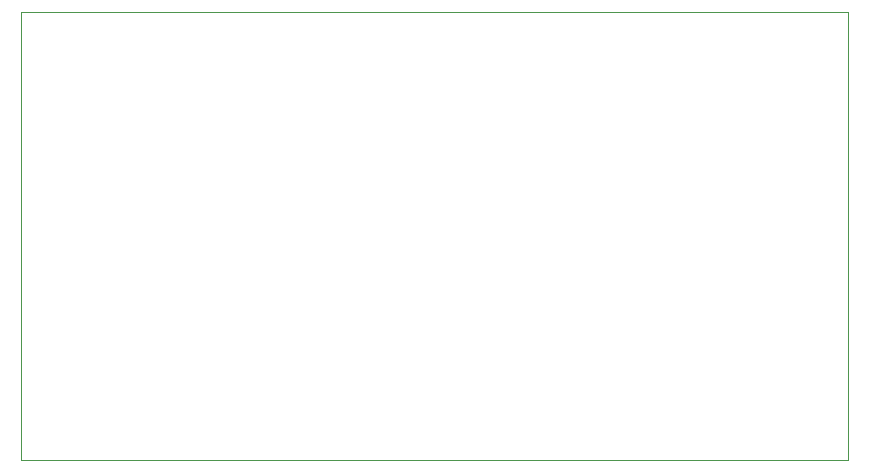
<source format=gbr>
%TF.GenerationSoftware,KiCad,Pcbnew,9.0.7-9.0.7~ubuntu24.04.1*%
%TF.CreationDate,2026-02-02T00:49:15+01:00*%
%TF.ProjectId,HArem,48417265-6d2e-46b6-9963-61645f706362,rev?*%
%TF.SameCoordinates,Original*%
%TF.FileFunction,Profile,NP*%
%FSLAX46Y46*%
G04 Gerber Fmt 4.6, Leading zero omitted, Abs format (unit mm)*
G04 Created by KiCad (PCBNEW 9.0.7-9.0.7~ubuntu24.04.1) date 2026-02-02 00:49:15*
%MOMM*%
%LPD*%
G01*
G04 APERTURE LIST*
%TA.AperFunction,Profile*%
%ADD10C,0.050000*%
%TD*%
G04 APERTURE END LIST*
D10*
X94000000Y-86500000D02*
X164000000Y-86500000D01*
X164000000Y-124500000D01*
X94000000Y-124500000D01*
X94000000Y-86500000D01*
M02*

</source>
